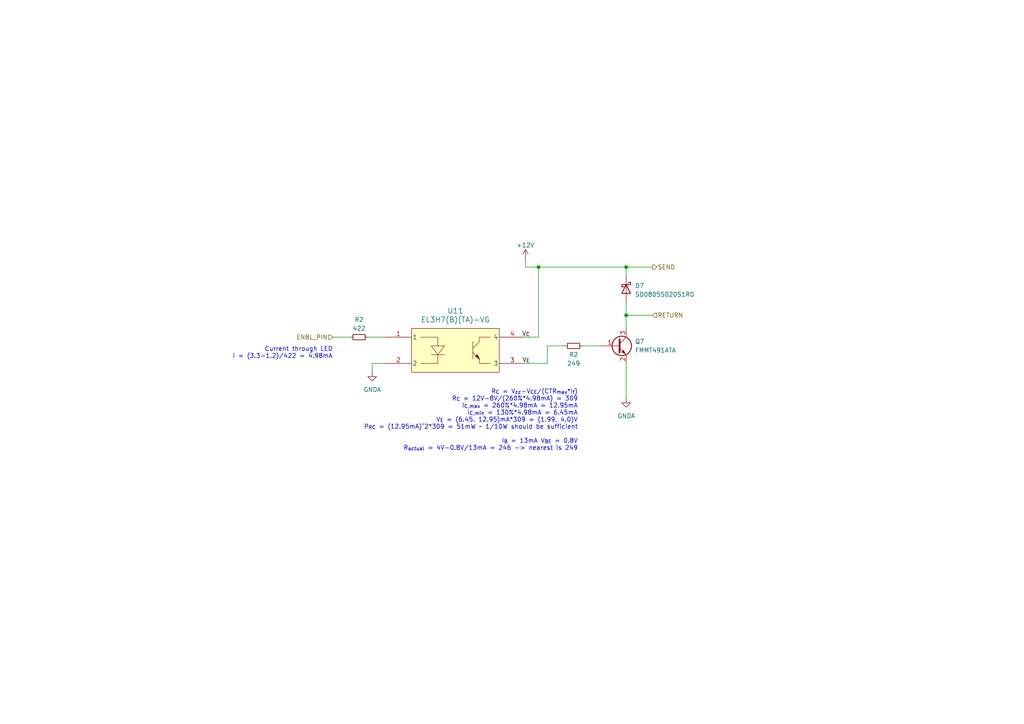
<source format=kicad_sch>
(kicad_sch (version 20231120) (generator "eeschema") (generator_version "8.0")
  (paper "A4")
  (lib_symbols
    (symbol "Device:D_Schottky" (pin_numbers hide) (pin_names (offset 1.016) hide)
      (property "Reference" "D" (at 0 2.54 0))
      (property "Value" "D_Schottky" (at 0 -2.54 0))
      (symbol "D_Schottky_0_1"
        (polyline (pts (xy 1.27 0) (xy -1.27 0)))
        (polyline (pts (xy 1.27 1.27) (xy 1.27 -1.27) (xy -1.27 0) (xy 1.27 1.27)) (stroke (width 0.254)))
        (polyline (pts (xy -1.905 0.635) (xy -1.905 1.27) (xy -1.27 1.27) (xy -1.27 -1.27) (xy -0.635 -1.27) (xy -0.635 -0.635)) (stroke (width 0.254)))
      )
      (symbol "D_Schottky_1_1"
        (pin passive line (at -3.81 0 0) (length 2.54) (name "K") (number "1"))
        (pin passive line (at 3.81 0 180) (length 2.54) (name "A") (number "2"))
      )
    )
    (symbol "Device:Q_NPN_BEC" (pin_names (offset 0) hide)
      (property "Reference" "Q" (at 5.08 1.27 0))
      (property "Value" "Q_NPN_BEC" (at 5.08 -1.27 0))
      (symbol "Q_NPN_BEC_0_1"
        (polyline (pts (xy 0.635 0.635) (xy 2.54 2.54)))
        (polyline (pts (xy 0.635 -0.635) (xy 2.54 -2.54) (xy 2.54 -2.54)))
        (polyline (pts (xy 0.635 1.905) (xy 0.635 -1.905) (xy 0.635 -1.905)) (stroke (width 0.508)))
        (polyline (pts (xy 1.27 -1.778) (xy 1.778 -1.27) (xy 2.286 -2.286) (xy 1.27 -1.778) (xy 1.27 -1.778)) (fill (type outline)))
        (circle (center 1.27 0) (radius 2.8194) (stroke (width 0.254)))
      )
      (symbol "Q_NPN_BEC_1_1"
        (pin input line (at -5.08 0 0) (length 5.715) (name "B") (number "1"))
        (pin passive line (at 2.54 -5.08 90) (length 2.54) (name "E") (number "2"))
        (pin passive line (at 2.54 5.08 270) (length 2.54) (name "C") (number "3"))
      )
    )
    (symbol "Device:R_Small" (pin_numbers hide) (pin_names (offset 0.254) hide)
      (property "Reference" "R" (at 0.762 0.508 0))
      (property "Value" "R_Small" (at 0.762 -1.016 0))
      (symbol "R_Small_0_1"
        (rectangle (start -0.762 1.778) (end 0.762 -1.778) (stroke (width 0.2032)))
      )
      (symbol "R_Small_1_1"
        (pin passive line (at 0 2.54 270) (length 0.762) (name "~") (number "1"))
        (pin passive line (at 0 -2.54 90) (length 0.762) (name "~") (number "2"))
      )
    )
    (symbol "RB_PARTS:EL3H7(B)(TA)-VG" (pin_names (offset 0.254))
      (property "Reference" "U" (at 20.32 10.16 0))
      (property "Value" "EL3H7(B)(TA)-VG\n" (at 20.32 7.62 0))
      (symbol "EL3H7(B)(TA)-VG_0_1"
        (polyline (pts (xy 10.16 -5.08) (xy 15.24 -5.08)) (stroke (width 0.127)))
        (polyline (pts (xy 10.16 2.54) (xy 15.24 2.54)) (stroke (width 0.127)))
        (polyline (pts (xy 13.335 -2.54) (xy 17.145 -2.54)) (stroke (width 0.127)))
        (polyline (pts (xy 13.335 0) (xy 17.145 0)) (stroke (width 0.127)))
        (polyline (pts (xy 15.24 -5.08) (xy 15.24 -2.54)) (stroke (width 0.127)))
        (polyline (pts (xy 15.24 -2.54) (xy 13.335 0)) (stroke (width 0.127)))
        (polyline (pts (xy 15.24 -2.54) (xy 17.145 0)) (stroke (width 0.127)))
        (polyline (pts (xy 15.24 2.54) (xy 15.24 0)) (stroke (width 0.127)))
        (polyline (pts (xy 25.4 -3.175) (xy 25.4 -3.81)) (stroke (width 0.127)))
        (polyline (pts (xy 25.4 -1.905) (xy 27.305 -3.81)) (stroke (width 0.127)))
        (polyline (pts (xy 25.4 -0.635) (xy 25.4 -3.175)) (stroke (width 0.127)))
        (polyline (pts (xy 25.4 -0.635) (xy 25.4 1.27)) (stroke (width 0.127)))
        (polyline (pts (xy 26.162 -3.048) (xy 27.305 -3.81)) (stroke (width 0.127)))
        (polyline (pts (xy 26.67 -2.54) (xy 26.162 -3.048)) (stroke (width 0.127)))
        (polyline (pts (xy 27.305 -5.08) (xy 27.305 -3.81)) (stroke (width 0.127)))
        (polyline (pts (xy 27.305 -3.81) (xy 26.67 -2.54)) (stroke (width 0.127)))
        (polyline (pts (xy 27.305 1.27) (xy 25.4 -0.635)) (stroke (width 0.127)))
        (polyline (pts (xy 27.305 2.54) (xy 27.305 1.27)) (stroke (width 0.127)))
        (polyline (pts (xy 30.48 -5.08) (xy 27.305 -5.08)) (stroke (width 0.127)))
        (polyline (pts (xy 30.48 2.54) (xy 27.305 2.54)) (stroke (width 0.127)))
        (polyline (pts (xy 26.162 -3.048) (xy 26.67 -2.54) (xy 27.305 -3.81)) (fill (type outline)))
        (pin unspecified line (at 0 2.54 0) (length 7.62) (name "1") (number "1"))
        (pin unspecified line (at 0 -5.08 0) (length 7.62) (name "2") (number "2"))
        (pin unspecified line (at 40.64 -5.08 180) (length 7.62) (name "3") (number "3"))
        (pin unspecified line (at 40.64 2.54 180) (length 7.62) (name "4") (number "4"))
      )
      (symbol "EL3H7(B)(TA)-VG_1_1"
        (rectangle (start 7.62 5.08) (end 33.02 -7.62) (fill (type background)))
      )
    )
    (symbol "power:+12V" (power) (pin_names (offset 0))
      (property "Value" "+12V" (at 0 3.556 0))
      (symbol "+12V_0_1"
        (polyline (pts (xy -0.762 1.27) (xy 0 2.54)))
        (polyline (pts (xy 0 0) (xy 0 2.54)))
        (polyline (pts (xy 0 2.54) (xy 0.762 1.27)))
      )
      (symbol "+12V_1_1"
        (pin power_in line (at 0 0 90) (length 0) hide (name "+12V") (number "1"))
      )
    )
    (symbol "power:GNDA" (power) (pin_names (offset 0))
      (property "Value" "GNDA" (at 0 -3.81 0))
      (symbol "GNDA_0_1"
        (polyline (pts (xy 0 0) (xy 0 -1.27) (xy 1.27 -1.27) (xy 0 -2.54) (xy -1.27 -1.27) (xy 0 -1.27)))
      )
      (symbol "GNDA_1_1"
        (pin power_in line (at 0 0 270) (length 0) hide (name "GNDA") (number "1"))
      )
    )
  )
  (junction (at 181.61 91.44))
  (junction (at 181.61 77.47))
  (junction (at 156.21 77.47))
  (wire (pts (xy 107.95 105.41) (xy 107.95 107.95)))
  (wire (pts (xy 156.21 77.47) (xy 156.21 97.79)))
  (wire (pts (xy 163.83 100.33) (xy 158.75 100.33)))
  (wire (pts (xy 156.21 97.79) (xy 152.4 97.79)))
  (wire (pts (xy 181.61 77.47) (xy 189.23 77.47)))
  (wire (pts (xy 101.6 97.79) (xy 96.52 97.79)))
  (wire (pts (xy 152.4 77.47) (xy 156.21 77.47)))
  (wire (pts (xy 152.4 74.93) (xy 152.4 77.47)))
  (wire (pts (xy 111.76 105.41) (xy 107.95 105.41)))
  (wire (pts (xy 181.61 77.47) (xy 181.61 80.01)))
  (wire (pts (xy 181.61 91.44) (xy 181.61 95.25)))
  (wire (pts (xy 181.61 105.41) (xy 181.61 115.57)))
  (wire (pts (xy 111.76 97.79) (xy 106.68 97.79)))
  (wire (pts (xy 173.99 100.33) (xy 168.91 100.33)))
  (wire (pts (xy 158.75 105.41) (xy 152.4 105.41)))
  (wire (pts (xy 181.61 87.63) (xy 181.61 91.44)))
  (wire (pts (xy 158.75 105.41) (xy 158.75 100.33)))
  (wire (pts (xy 156.21 77.47) (xy 181.61 77.47)))
  (wire (pts (xy 181.61 91.44) (xy 189.23 91.44)))
  (text "R_{C} = V_{cc}-V_{CE}/(CTR_{max}*I_{f})\nR_{C} = 12V-8V/(260%*4.98mA) = 309\nI_{C,max} = 260%*4.98mA = 12.95mA\nI_{C,min} = 130%*4.98mA = 6.45mA\nV_{E} = (6.45, 12.95)mA*309 = (1.99, 4.0)V\nP_{R_{C}} = (12.95mA)^2*309 = 51mW ~ 1/10W should be sufficient\n\nI_{B} = 13mA V_{BE} = 0.8V\nR_{actual} = 4V-0.8V/13mA = 246 -> nearest is 249" (at 167.64 130.81 0) (effects (font (size 1.27 1.27)) (justify right bottom)))
  (text "Current through LED\nI = (3.3-1.2)/422 = 4.98mA" (at 96.52 104.14 0) (effects (font (size 1.27 1.27)) (justify right bottom)))
  (label "V_{C}" (at 153.67 97.79 180))
  (label "V_{E}" (at 153.67 105.41 180))
  (hierarchical_label "ENBL_PIN" (shape input) (at 96.52 97.79 180))
  (hierarchical_label "RETURN" (shape input) (at 189.23 91.44 0))
  (hierarchical_label "SEND" (shape output) (at 189.23 77.47 0))
  (symbol (lib_id "RB_PARTS:EL3H7(B)(TA)-VG") (at 111.76 100.33 0) (unit 1)
    (property "Reference" "U12" (at 132.08 90.17 0) (effects (font (size 1.524 1.524))))
    (property "Value" "EL3H7(B)(TA)-VG\n" (at 132.08 92.71 0) (effects (font (size 1.524 1.524))))
    (property "Footprint" "RB_FTP:SOIC_BTA-VG_EVS" (effects (hide yes)))
    (property "Datasheet" "https://everlightamericas.com/index.php?controller=attachment&id_attachment=2584" (effects (hide yes)))
    (property "Part#" "C2891578" (effects (hide yes)))
    (instances (project "Relay_Board_Lucy_V1" (path "" (reference "U11") (unit 1)) (path "" (reference "U13") (unit 1)) (path "" (reference "U8") (unit 1)) (path "" (reference "U12") (unit 1))) (project "Fuel_Cell_Controller_Prototype" (path "" (reference "U6") (unit 1)) (path "" (reference "U13") (unit 1))))
  )
  (symbol (lib_id "Device:D_Schottky") (at 181.61 83.82 270) (unit 1)
    (property "Reference" "D11" (at 184.15 82.8675 90) (effects (justify left)))
    (property "Value" "SD0805S020S1R0" (at 184.15 85.4075 90) (effects (justify left)))
    (property "Footprint" "Diode_SMD:D_0805_2012Metric_Pad1.15x1.40mm_HandSolder" (effects (hide yes)))
    (property "Datasheet" "https://datasheets.kyocera-avx.com/schottky.pdf" (effects (hide yes)))
    (property "Part#" "478-7800-1-ND" (effects (hide yes)))
    (instances (project "Fuel_Cell_Controller_Prototype" (path "" (reference "D7") (unit 1)) (path "" (reference "D11") (unit 1))))
  )
  (symbol (lib_id "power:+12V") (at 152.4 74.93 0) (unit 1)
    (property "Reference" "#PWR017" (effects (hide yes)))
    (property "Value" "+12V" (at 152.4 71.12 0))
    (instances (project "Fuel_Cell_Controller_Prototype" (path "" (reference "#PWR017") (unit 1)) (path "" (reference "#PWR088") (unit 1))))
  )
  (symbol (lib_id "power:GNDA") (at 181.61 115.57 0) (mirror y) (unit 1)
    (property "Reference" "#PWR023" (effects (hide yes)))
    (property "Value" "GNDA" (at 179.07 120.65 0) (effects (justify right)))
    (instances (project "Relay_Board_Lucy_V1" (path "" (reference "#PWR025") (unit 1)) (path "" (reference "#PWR066") (unit 1)) (path "" (reference "#PWR028") (unit 1)) (path "" (reference "#PWR023") (unit 1)) (path "" (reference "#PWR065") (unit 1)) (path "" (reference "#PWR05") (unit 1))) (project "Fuel_Cell_Controller_Prototype" (path "" (reference "#PWR029") (unit 1)) (path "" (reference "#PWR060") (unit 1))))
  )
  (symbol (lib_id "Device:Q_NPN_BEC") (at 179.07 100.33 0) (unit 1)
    (property "Reference" "Q2" (at 184.15 99.06 0) (effects (justify left)))
    (property "Value" "FMMT491ATA" (at 184.15 101.6 0) (effects (justify left)))
    (property "Footprint" "Package_TO_SOT_SMD:SOT-23-3" (effects (hide yes)))
    (property "Datasheet" "https://www.diodes.com/assets/Datasheets/FMMT491A.pdf" (effects (hide yes)))
    (property "Part#" "C110504" (effects (hide yes)))
    (instances (project "Relay_Board_Lucy_V1" (path "" (reference "Q7") (unit 1)) (path "" (reference "Q2") (unit 1))) (project "Fuel_Cell_Controller_Prototype" (path "" (reference "Q3") (unit 1)) (path "" (reference "Q4") (unit 1))))
  )
  (symbol (lib_id "Device:R_Small") (at 104.14 97.79 270) (unit 1)
    (property "Reference" "R1" (at 104.14 92.71 90))
    (property "Value" "422" (at 104.14 95.25 90))
    (property "Footprint" "Resistor_SMD:R_0603_1608Metric" (effects (hide yes)))
    (property "Datasheet" "https://datasheet.lcsc.com/lcsc/2304140030_UNI-ROYAL-Uniroyal-Elec-CQ03WAF4220T5E_C2759727.pdf" (effects (hide yes)))
    (property "Part#" "C101033" (effects (hide yes)))
    (instances (project "Relay_Board_Lucy_V1" (path "" (reference "R2") (unit 1)) (path "" (reference "R36") (unit 1)) (path "" (reference "R1") (unit 1)) (path "" (reference "R35") (unit 1))) (project "Fuel_Cell_Controller_Prototype" (path "" (reference "R18") (unit 1)) (path "" (reference "R30") (unit 1))))
  )
  (symbol (lib_id "power:GNDA") (at 107.95 107.95 0) (mirror y) (unit 1)
    (property "Reference" "#PWR023" (effects (hide yes)))
    (property "Value" "GNDA" (at 105.41 113.03 0) (effects (justify right)))
    (instances (project "Relay_Board_Lucy_V1" (path "" (reference "#PWR025") (unit 1)) (path "" (reference "#PWR068") (unit 1)) (path "" (reference "#PWR028") (unit 1)) (path "" (reference "#PWR023") (unit 1)) (path "" (reference "#PWR067") (unit 1)) (path "" (reference "#PWR05") (unit 1))) (project "Fuel_Cell_Controller_Prototype" (path "" (reference "#PWR028") (unit 1)) (path "" (reference "#PWR059") (unit 1))))
  )
  (symbol (lib_id "Device:R_Small") (at 166.37 100.33 90) (unit 1)
    (property "Reference" "R1" (at 166.37 102.87 90))
    (property "Value" "249" (at 166.37 105.41 90))
    (property "Footprint" "Resistor_SMD:R_0603_1608Metric" (effects (hide yes)))
    (property "Datasheet" "https://datasheet.lcsc.com/lcsc/2304140030_Viking-Tech-ARG03FTC2490_C217903.pdf" (effects (hide yes)))
    (property "Part#" "C3016229" (effects (hide yes)))
    (instances (project "Relay_Board_Lucy_V1" (path "" (reference "R2") (unit 1)) (path "" (reference "R29") (unit 1)) (path "" (reference "R1") (unit 1)) (path "" (reference "R27") (unit 1))) (project "Fuel_Cell_Controller_Prototype" (path "" (reference "R19") (unit 1)) (path "" (reference "R31") (unit 1))))
  )
)
</source>
